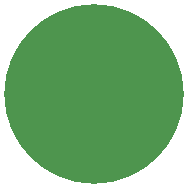
<source format=gbs>
G04*
G04 #@! TF.GenerationSoftware,Altium Limited,Altium Designer,19.1.7 (138)*
G04*
G04 Layer_Color=16711935*
%FSTAX24Y24*%
%MOIN*%
G70*
G01*
G75*
%ADD10C,0.5986*%
D10*
X03985Y0417D02*
D03*
M02*

</source>
